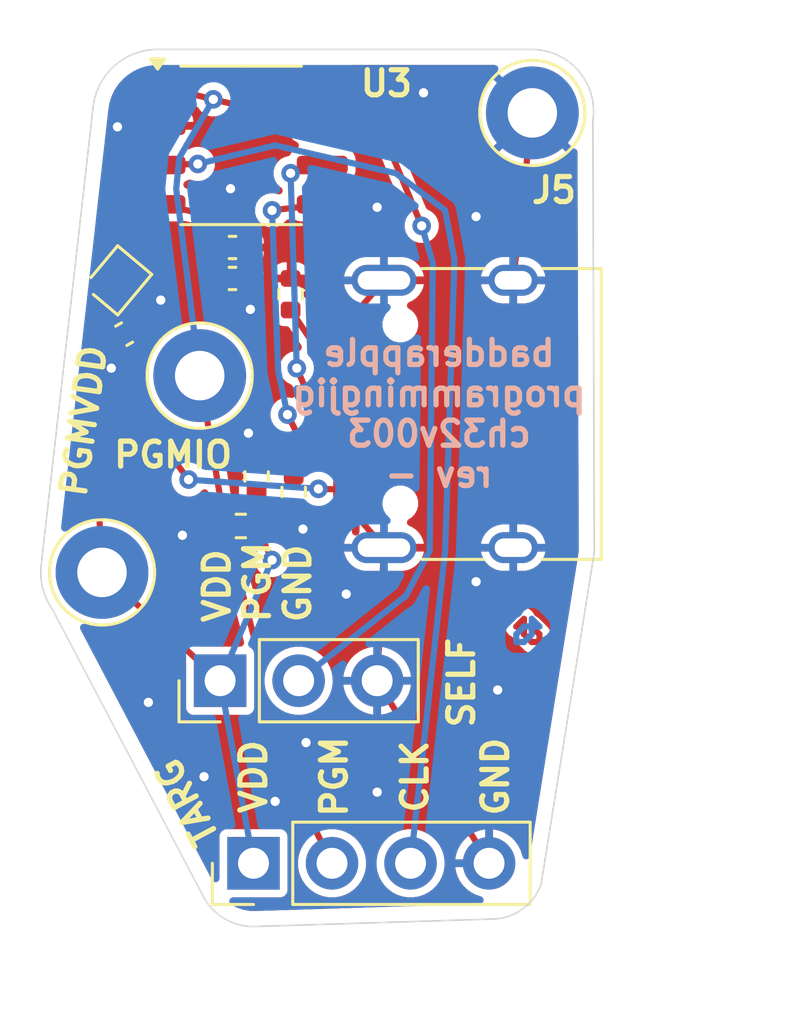
<source format=kicad_pcb>
(kicad_pcb (version 20241229) (generator "pcbnew") (generator_version "9.0")
  (layers (0 "F.Cu" signal) (2 "B.Cu" signal) (13 "F.Paste" user) (15 "B.Paste" user) (5 "F.SilkS" user "F.Silkscreen") (7 "B.SilkS" user "B.Silkscreen") (1 "F.Mask" user) (3 "B.Mask" user) (25 "Edge.Cuts" user))
  (net 0 "")
  (net 1 "VDD")
  (net 2 "GND")
  (net 3 "VBUS")
  (net 4 "Net-(J2-CC2)")
  (net 5 "D-")
  (net 8 "D+")
  (net 9 "Net-(J2-CC1)")
  (net 10 "PGMSWIO")
  (net 11 "SLPGM")
  (net 12 "EPA2")
  (footprint "Capacitor_SMD:C_0402_1005Metric" (layer "F.Cu") (at 157.815692 84.3 -150)
    (property "Reference" "C6" (hide yes))
    (property "Value" "4.7u10v" (hide yes))
    (fp_line (start -0.107837 0.360001) (end 0.107836 0.36) (stroke (width 0.1)) (layer "F.SilkS"))
    (fp_line (start -0.107836 -0.36) (end 0.107837 -0.360001) (stroke (width 0.1)) (layer "F.SilkS"))
    (pad "1" smd roundrect (at -0.48 0 210) (size 0.56 0.62) (layers "F.Cu" "F.Mask" "F.Paste") (net 3 "VBUS"))
    (pad "2" smd roundrect (at 0.48 0 210) (size 0.56 0.62) (layers "F.Cu" "F.Mask" "F.Paste") (net 2 "GND"))
  )
  (footprint "Resistor_SMD:R_0402_1005Metric" (layer "F.Cu") (at 162.1 88.9 90)
    (property "Reference" "R4" (hide yes))
    (property "Value" "1.5k" (hide yes))
    (fp_line (start -0.153641 -0.38) (end 0.153641 -0.38) (stroke (width 0.1)) (layer "F.SilkS"))
    (fp_line (start -0.153641 0.38) (end 0.153641 0.38) (stroke (width 0.1)) (layer "F.SilkS"))
    (pad "1" smd roundrect (at -0.51 0 90) (size 0.54 0.64) (layers "F.Cu" "F.Mask" "F.Paste") (net 1 "VDD"))
    (pad "2" smd roundrect (at 0.51 0 90) (size 0.54 0.64) (layers "F.Cu" "F.Mask" "F.Paste") (net 5 "D-"))
  )
  (footprint "Connector_PinHeader_2.54mm:PinHeader_1x04_P2.54mm_Vertical" (layer "F.Cu") (at 162 101.4 90)
    (property "Reference" "J4" (hide yes))
    (property "Value" "PGMO" (hide yes))
    (fp_line (start -1.33 -1.33) (end 0 -1.33) (stroke (width 0.1)) (layer "F.SilkS"))
    (fp_line (start -1.33 0) (end -1.33 -1.33) (stroke (width 0.1)) (layer "F.SilkS"))
    (fp_line (start 1.33 1.27) (end 1.33 8.95) (stroke (width 0.1)) (layer "F.SilkS"))
    (fp_line (start -1.33 1.27) (end 1.33 1.27) (stroke (width 0.1)) (layer "F.SilkS"))
    (fp_line (start -1.33 1.27) (end -1.33 8.95) (stroke (width 0.1)) (layer "F.SilkS"))
    (fp_line (start -1.33 8.95) (end 1.33 8.95) (stroke (width 0.1)) (layer "F.SilkS"))
    (pad "1" thru_hole rect (at 0 0 90) (size 1.7 1.7) (drill 1) (layers "*.Cu" "*.Mask") (net 1 "VDD"))
    (pad "2" thru_hole oval (at 0 2.54 90) (size 1.7 1.7) (drill 1) (layers "*.Cu" "*.Mask") (net 11 "SLPGM"))
    (pad "3" thru_hole oval (at 0 5.08 90) (size 1.7 1.7) (drill 1) (layers "*.Cu" "*.Mask") (net 12 "EPA2"))
    (pad "4" thru_hole oval (at 0 7.62 90) (size 1.7 1.7) (drill 1) (layers "*.Cu" "*.Mask") (net 2 "GND"))
  )
  (footprint "Resistor_SMD:R_0402_1005Metric" (layer "F.Cu") (at 161.59 90.5)
    (property "Reference" "R1" (hide yes))
    (property "Value" "5.1k" (hide yes))
    (fp_line (start -0.153641 -0.38) (end 0.153641 -0.38) (stroke (width 0.1)) (layer "F.SilkS"))
    (fp_line (start -0.153641 0.38) (end 0.153641 0.38) (stroke (width 0.1)) (layer "F.SilkS"))
    (pad "1" smd roundrect (at -0.51 0) (size 0.54 0.64) (layers "F.Cu" "F.Mask" "F.Paste") (net 11 "SLPGM"))
    (pad "2" smd roundrect (at 0.51 0) (size 0.54 0.64) (layers "F.Cu" "F.Mask" "F.Paste") (net 1 "VDD"))
  )
  (footprint "Package_SO:SOP-8_3.9x4.9mm_P1.27mm" (layer "F.Cu") (at 161.6 78.2)
    (property "Reference" "U3" (at 4.7 -2 0) (layer "F.SilkS") (effects (font (size 0.81 0.81) (thickness 0.17))))
    (property "Value" "CH32V003JxMx")
    (fp_line (start 0 -2.56) (end -1.95 -2.56) (stroke (width 0.1)) (layer "F.SilkS"))
    (fp_line (start 0 -2.56) (end 1.95 -2.56) (stroke (width 0.1)) (layer "F.SilkS"))
    (fp_line (start 0 2.56) (end -1.95 2.56) (stroke (width 0.1)) (layer "F.SilkS"))
    (fp_line (start 0 2.56) (end 1.95 2.56) (stroke (width 0.1)) (layer "F.SilkS"))
    (fp_poly (pts (xy -2.7 -2.465) (xy -2.94 -2.795) (xy -2.46 -2.795) (xy -2.7 -2.465)) (stroke (width 0.1)) (fill yes) (layer "F.SilkS"))
    (pad "1" smd roundrect (at -2.625 -1.905) (size 1.65 0.6) (layers "F.Cu" "F.Mask" "F.Paste") (net 11 "SLPGM"))
    (pad "2" smd roundrect (at -2.625 -0.635) (size 1.65 0.6) (layers "F.Cu" "F.Mask" "F.Paste") (net 2 "GND"))
    (pad "3" smd roundrect (at -2.625 0.635) (size 1.65 0.6) (layers "F.Cu" "F.Mask" "F.Paste") (net 12 "EPA2"))
    (pad "4" smd roundrect (at -2.625 1.905) (size 1.65 0.6) (layers "F.Cu" "F.Mask" "F.Paste") (net 1 "VDD"))
    (pad "5" smd roundrect (at 2.625 1.905) (size 1.65 0.6) (layers "F.Cu" "F.Mask" "F.Paste") (net 5 "D-"))
    (pad "6" smd roundrect (at 2.625 0.635) (size 1.65 0.6) (layers "F.Cu" "F.Mask" "F.Paste") (net 8 "D+"))
    (pad "7" smd roundrect (at 2.625 -0.635) (size 1.65 0.6) (layers "F.Cu" "F.Mask" "F.Paste") (net 11 "SLPGM"))
    (pad "8" smd roundrect (at 2.625 -1.905) (size 1.65 0.6) (layers "F.Cu" "F.Mask" "F.Paste") (net 10 "PGMSWIO"))
  )
  (footprint "TestPoint:TestPoint_Loop_D2.60mm_Drill1.6mm_Beaded" (layer "F.Cu") (at 160.26 85.64)
    (property "Reference" "J11" (hide yes))
    (property "Value" "PGMIO" (at -0.86 2.56 0) (layer "F.SilkS") (effects (font (size 0.81 0.81) (thickness 0.17))))
    (fp_circle (center 0 0) (end 1.7 0) (stroke (width 0.1)) (fill no) (layer "F.SilkS"))
    (pad "1" thru_hole circle (at 0 0) (size 3 3) (drill 1.6) (layers "*.Cu" "*.Mask") (net 11 "SLPGM"))
  )
  (footprint "Connector_PinHeader_2.54mm:PinHeader_1x03_P2.54mm_Vertical" (layer "F.Cu") (at 160.92 95.5 90)
    (property "Reference" "J1" (hide yes))
    (property "Value" "SPGM" (hide yes))
    (fp_line (start -1.33 -1.33) (end 0 -1.33) (stroke (width 0.1)) (layer "F.SilkS"))
    (fp_line (start -1.33 0) (end -1.33 -1.33) (stroke (width 0.1)) (layer "F.SilkS"))
    (fp_line (start 1.33 1.27) (end 1.33 6.41) (stroke (width 0.1)) (layer "F.SilkS"))
    (fp_line (start -1.33 1.27) (end 1.33 1.27) (stroke (width 0.1)) (layer "F.SilkS"))
    (fp_line (start -1.33 1.27) (end -1.33 6.41) (stroke (width 0.1)) (layer "F.SilkS"))
    (fp_line (start -1.33 6.41) (end 1.33 6.41) (stroke (width 0.1)) (layer "F.SilkS"))
    (pad "1" thru_hole rect (at 0 0 90) (size 1.7 1.7) (drill 1) (layers "*.Cu" "*.Mask") (net 1 "VDD"))
    (pad "2" thru_hole oval (at 0 2.54 90) (size 1.7 1.7) (drill 1) (layers "*.Cu" "*.Mask") (net 10 "PGMSWIO"))
    (pad "3" thru_hole oval (at 0 5.08 90) (size 1.7 1.7) (drill 1) (layers "*.Cu" "*.Mask") (net 2 "GND"))
  )
  (footprint "TestPoint:TestPoint_Loop_D2.60mm_Drill1.6mm_Beaded" (layer "F.Cu") (at 171.02 77.15)
    (property "Reference" "J5" (at 0.7 2.5 0) (layer "F.SilkS") (effects (font (size 0.81 0.81) (thickness 0.17))))
    (property "Value" "PGMVDD-POGO-5.5mm")
    (fp_circle (center 0 0) (end 1.7 0) (stroke (width 0.1)) (fill no) (layer "F.SilkS"))
    (pad "1" thru_hole circle (at 0 0) (size 3 3) (drill 1.6) (layers "*.Cu" "*.Mask") (net 2 "GND"))
  )
  (footprint "Resistor_SMD:R_0402_1005Metric" (layer "F.Cu") (at 163.2 83.01 90)
    (property "Reference" "R3" (hide yes))
    (property "Value" "5.1k" (hide yes))
    (fp_line (start -0.153641 -0.38) (end 0.153641 -0.38) (stroke (width 0.1)) (layer "F.SilkS"))
    (fp_line (start -0.153641 0.38) (end 0.153641 0.38) (stroke (width 0.1)) (layer "F.SilkS"))
    (pad "1" smd roundrect (at -0.51 0 90) (size 0.54 0.64) (layers "F.Cu" "F.Mask" "F.Paste") (net 4 "Net-(J2-CC2)"))
    (pad "2" smd roundrect (at 0.51 0 90) (size 0.54 0.64) (layers "F.Cu" "F.Mask" "F.Paste") (net 2 "GND"))
  )
  (footprint "TestPoint:TestPoint_Loop_D2.60mm_Drill1.6mm_Beaded" (layer "F.Cu") (at 157.1 92)
    (property "Reference" "J3" (hide yes))
    (property "Value" "PGMVDD" (at -0.6 -4.9 82) (layer "F.SilkS") (effects (font (size 0.81 0.81) (thickness 0.17))))
    (fp_circle (center 0 0) (end 1.7 0) (stroke (width 0.1)) (fill no) (layer "F.SilkS"))
    (pad "1" thru_hole circle (at 0 0) (size 3 3) (drill 1.6) (layers "*.Cu" "*.Mask") (net 1 "VDD"))
  )
  (footprint "Capacitor_SMD:C_0402_1005Metric" (layer "F.Cu") (at 161.32 82.5)
    (property "Reference" "C2" (hide yes))
    (property "Value" "4.7u10v" (hide yes))
    (fp_line (start -0.107836 -0.36) (end 0.107836 -0.36) (stroke (width 0.1)) (layer "F.SilkS"))
    (fp_line (start -0.107836 0.36) (end 0.107836 0.36) (stroke (width 0.1)) (layer "F.SilkS"))
    (pad "1" smd roundrect (at -0.48 0) (size 0.56 0.62) (layers "F.Cu" "F.Mask" "F.Paste") (net 1 "VDD"))
    (pad "2" smd roundrect (at 0.48 0) (size 0.56 0.62) (layers "F.Cu" "F.Mask" "F.Paste") (net 2 "GND"))
  )
  (footprint "Capacitor_SMD:C_0402_1005Metric" (layer "F.Cu") (at 161.32 81.5)
    (property "Reference" "C1" (hide yes))
    (property "Value" "1u25v" (hide yes))
    (fp_line (start -0.107836 -0.36) (end 0.107836 -0.36) (stroke (width 0.1)) (layer "F.SilkS"))
    (fp_line (start -0.107836 0.36) (end 0.107836 0.36) (stroke (width 0.1)) (layer "F.SilkS"))
    (pad "1" smd roundrect (at -0.48 0) (size 0.56 0.62) (layers "F.Cu" "F.Mask" "F.Paste") (net 1 "VDD"))
    (pad "2" smd roundrect (at 0.48 0) (size 0.56 0.62) (layers "F.Cu" "F.Mask" "F.Paste") (net 2 "GND"))
  )
  (footprint "Connector_USB:USB_C_Receptacle_HRO_TYPE-C-31-M-12" (layer "F.Cu") (at 169.35 86.88 90)
    (property "Reference" "J2" (hide yes))
    (property "Value" "USB_C_Receptacle_USB2.0")
    (fp_line (start 4.7 -1.9) (end 4.7 0.1) (stroke (width 0.1)) (layer "F.SilkS"))
    (fp_line (start -4.7 -1.9) (end -4.7 0.1) (stroke (width 0.1)) (layer "F.SilkS"))
    (fp_line (start 4.7 2) (end 4.7 3.9) (stroke (width 0.1)) (layer "F.SilkS"))
    (fp_line (start -4.7 2) (end -4.7 3.9) (stroke (width 0.1)) (layer "F.SilkS"))
    (fp_line (start -4.7 3.9) (end 4.7 3.9) (stroke (width 0.1)) (layer "F.SilkS"))
    (pad "" np_thru_hole circle (at -2.89 -2.6 90) (size 0.65 0.65) (drill 0.65) (layers "*.Cu" "*.Mask"))
    (pad "" np_thru_hole circle (at 2.89 -2.6 90) (size 0.65 0.65) (drill 0.65) (layers "*.Cu" "*.Mask"))
    (pad "A1" smd rect (at -3.25 -4.045 90) (size 0.6 1.45) (layers "F.Cu" "F.Mask" "F.Paste") (net 2 "GND"))
    (pad "A4" smd rect (at -2.45 -4.045 90) (size 0.6 1.45) (layers "F.Cu" "F.Mask" "F.Paste") (net 3 "VBUS"))
    (pad "A5" smd rect (at -1.25 -4.045 90) (size 0.3 1.45) (layers "F.Cu" "F.Mask" "F.Paste") (net 9 "Net-(J2-CC1)"))
    (pad "A6" smd rect (at -0.25 -4.045 90) (size 0.3 1.45) (layers "F.Cu" "F.Mask" "F.Paste") (net 8 "D+"))
    (pad "A7" smd rect (at 0.25 -4.045 90) (size 0.3 1.45) (layers "F.Cu" "F.Mask" "F.Paste") (net 5 "D-"))
    (pad "A8" smd rect (at 1.25 -4.045 90) (size 0.3 1.45) (layers "F.Cu" "F.Mask" "F.Paste"))
    (pad "A9" smd rect (at 2.45 -4.045 90) (size 0.6 1.45) (layers "F.Cu" "F.Mask" "F.Paste") (net 3 "VBUS"))
    (pad "A12" smd rect (at 3.25 -4.045 90) (size 0.6 1.45) (layers "F.Cu" "F.Mask" "F.Paste") (net 2 "GND"))
    (pad "B1" smd rect (at 3.25 -4.045 90) (size 0.6 1.45) (layers "F.Cu" "F.Mask" "F.Paste") (net 2 "GND"))
    (pad "B4" smd rect (at 2.45 -4.045 90) (size 0.6 1.45) (layers "F.Cu" "F.Mask" "F.Paste") (net 3 "VBUS"))
    (pad "B5" smd rect (at 1.75 -4.045 90) (size 0.3 1.45) (layers "F.Cu" "F.Mask" "F.Paste") (net 4 "Net-(J2-CC2)"))
    (pad "B6" smd rect (at 0.75 -4.045 90) (size 0.3 1.45) (layers "F.Cu" "F.Mask" "F.Paste") (net 8 "D+"))
    (pad "B7" smd rect (at -0.75 -4.045 90) (size 0.3 1.45) (layers "F.Cu" "F.Mask" "F.Paste") (net 5 "D-"))
    (pad "B8" smd rect (at -1.75 -4.045 90) (size 0.3 1.45) (layers "F.Cu" "F.Mask" "F.Paste"))
    (pad "B9" smd rect (at -2.45 -4.045 90) (size 0.6 1.45) (layers "F.Cu" "F.Mask" "F.Paste") (net 3 "VBUS"))
    (pad "B12" smd rect (at -3.25 -4.045 90) (size 0.6 1.45) (layers "F.Cu" "F.Mask" "F.Paste") (net 2 "GND"))
    (pad "S1" thru_hole oval (at -4.32 -3.13 90) (size 1 2.1) (drill oval 0.6 1.7) (layers "*.Cu" "*.Mask") (net 2 "GND"))
    (pad "S1" thru_hole oval (at -4.32 1.05 90) (size 1 1.6) (drill oval 0.6 1.2) (layers "*.Cu" "*.Mask") (net 2 "GND"))
    (pad "S1" thru_hole oval (at 4.32 -3.13 90) (size 1 2.1) (drill oval 0.6 1.7) (layers "*.Cu" "*.Mask") (net 2 "GND"))
    (pad "S1" thru_hole oval (at 4.32 1.05 90) (size 1 1.6) (drill oval 0.6 1.2) (layers "*.Cu" "*.Mask") (net 2 "GND"))
  )
  (footprint "Resistor_SMD:R_0402_1005Metric" (layer "F.Cu") (at 163.3 89.4 -90)
    (property "Reference" "R2" (hide yes))
    (property "Value" "5.1k" (hide yes))
    (fp_line (start -0.153641 0.38) (end 0.153641 0.38) (stroke (width 0.1)) (layer "F.SilkS"))
    (fp_line (start -0.153641 -0.38) (end 0.153641 -0.38) (stroke (width 0.1)) (layer "F.SilkS"))
    (pad "1" smd roundrect (at -0.51 0 270) (size 0.54 0.64) (layers "F.Cu" "F.Mask" "F.Paste") (net 9 "Net-(J2-CC1)"))
    (pad "2" smd roundrect (at 0.51 0 270) (size 0.54 0.64) (layers "F.Cu" "F.Mask" "F.Paste") (net 2 "GND"))
  )
  (footprint "cnhardware:xdfn-reg" (layer "F.Cu") (at 157.604063 82.565707 -40)
    (property "Reference" "U2" (hide yes))
    (property "Value" "RS3236-3.3YUTDN4" (hide yes))
    (fp_line (start -0.72 -0.86) (end -0.72 0.48) (stroke (width 0.1)) (layer "F.SilkS"))
    (fp_line (start 0.719999 0.85) (end -0.31 0.85) (stroke (width 0.1)) (layer "F.SilkS"))
    (fp_line (start 0.719999 0.85) (end 0.72 -0.86) (stroke (width 0.1)) (layer "F.SilkS"))
    (fp_line (start 0.72 -0.86) (end -0.72 -0.86) (stroke (width 0.1)) (layer "F.SilkS"))
    (pad "1" smd custom (at -0.35 0.51 320) (size 0.26 0.23) (layers "F.Cu" "F.Mask" "F.Paste") (net 1 "VDD") (options (clearance outline) (anchor rect)) (primitives (gr_poly (pts (xy 0.13 -0.115) (xy -0.13 -0.115) (xy -0.13 -0.275) (xy -0.03 -0.275)) (width 0) (fill yes))))
    (pad "2" smd custom (at 0.35 0.51 320) (size 0.26 0.23) (layers "F.Cu" "F.Mask" "F.Paste") (net 2 "GND") (options (clearance outline) (anchor rect)) (primitives (gr_poly (pts (xy 0.13 -0.115) (xy -0.13 -0.115) (xy 0.03 -0.275) (xy 0.13 -0.275)) (width 0) (fill yes))))
    (pad "3" smd custom (at 0.35 -0.51 140) (size 0.26 0.23) (layers "F.Cu" "F.Mask" "F.Paste") (net 3 "VBUS") (options (clearance outline) (anchor rect)) (primitives (gr_poly (pts (xy 0.13 -0.115) (xy -0.13 -0.115) (xy -0.13 -0.275) (xy -0.03 -0.275)) (width 0) (fill yes))))
    (pad "4" smd custom (at -0.35 -0.51 140) (size 0.26 0.23) (layers "F.Cu" "F.Mask" "F.Paste") (net 3 "VBUS") (options (clearance outline) (anchor rect)) (primitives (gr_poly (pts (xy 0.13 -0.115) (xy -0.13 -0.115) (xy 0.03 -0.275) (xy 0.13 -0.275)) (width 0) (fill yes))))
    (pad "5" smd rect (at 0 0 185) (size 0.48 0.48) (layers "F.Cu" "F.Mask" "F.Paste") (net 2 "GND"))
  )
  (gr_arc (start 171.303729 102.072761) (mid 170.72144 102.862594) (end 169.8 103.2) (stroke (width 0.05)) (layer "Edge.Cuts"))
  (gr_line (start 160.4 102.518145) (end 155.5 93.2) (stroke (width 0.05)) (layer "Edge.Cuts"))
  (gr_line (start 172.999999 91.5) (end 171.303729 102.07276) (stroke (width 0.05)) (layer "Edge.Cuts"))
  (gr_arc (start 171 75.1) (mid 172.51548 75.794887) (end 172.977873 77.396681) (stroke (width 0.05)) (layer "Edge.Cuts"))
  (gr_arc (start 155.5 93.2) (mid 155.188996 92.53466) (end 155.128508 91.802716) (stroke (width 0.05)) (layer "Edge.Cuts"))
  (gr_arc (start 156.80709 77.000675) (mid 157.523023 75.611309) (end 159 75.1) (stroke (width 0.05)) (layer "Edge.Cuts"))
  (gr_line (start 172.977873 77.396681) (end 173.020878 91.09889) (stroke (width 0.05)) (layer "Edge.Cuts"))
  (gr_arc (start 162.123809 103.440561) (mid 161.129656 103.226498) (end 160.4 102.518145) (stroke (width 0.05)) (layer "Edge.Cuts"))
  (gr_line (start 159.000008 75.1) (end 171 75.1) (stroke (width 0.05)) (layer "Edge.Cuts"))
  (gr_line (start 169.8 103.2) (end 162.123809 103.44056) (stroke (width 0.05)) (layer "Edge.Cuts"))
  (gr_arc (start 173.020879 91.09889) (mid 173.020938 91.299991) (end 173 91.5) (stroke (width 0.05)) (layer "Edge.Cuts"))
  (gr_line (start 155.128509 91.802716) (end 156.807091 77.000675) (stroke (width 0.05)) (layer "Edge.Cuts"))
  (gr_text "VDD\n\nPGM\n\nCLK\n\nGND" (at 170.3 98.6 90) (layer "F.SilkS") (effects (font (size 0.81 0.81) (thickness 0.17)) (justify bottom)))
  (gr_text "TARG" (at 161 100.6 118) (layer "F.SilkS") (effects (font (size 0.81 0.81) (thickness 0.17)) (justify left bottom)))
  (gr_text "SELF" (at 169.2 97.1 90) (layer "F.SilkS") (effects (font (size 0.81 0.81) (thickness 0.17)) (justify left bottom)))
  (gr_text "VDD\nPGM\nGND" (at 163.9 93.7 90) (layer "F.SilkS") (effects (font (size 0.81 0.81) (thickness 0.17)) (justify left bottom)))
  (gr_text "badderapple\nprogrammingjig\nch32v003\nrev -" (at 168 89.3 -0) (layer "B.SilkS") (effects (font (size 0.81 0.81) (thickness 0.17)) (justify bottom mirror)))
  (segment (start 171 93.75) (end 170.5 93.75) (width 0.2) (layer "F.Cu") (net 0))
  (segment (start 170.5 93.75) (end 170.75 93.5) (width 0.2) (layer "F.Cu") (net 0))
  (segment (start 170.75 93.5) (end 170.75 94) (width 0.2) (layer "F.Cu") (net 0))
  (segment (start 171.25 94.25) (end 171.25 94) (width 0.2) (layer "F.Cu") (net 0))
  (segment (start 171.25 94) (end 171 93.75) (width 0.2) (layer "F.Cu") (net 0))
  (segment (start 170.75 94) (end 171 94.25) (width 0.2) (layer "F.Cu") (net 0))
  (segment (start 171 94.25) (end 171.25 94.25) (width 0.2) (layer "F.Cu") (net 0))
  (segment (start 170.5 94.25) (end 170.5 94) (width 0.2) (layer "B.Cu") (net 0))
  (segment (start 170.75 94.25) (end 170.5 94.25) (width 0.2) (layer "B.Cu") (net 0))
  (segment (start 171.25 93.75) (end 171 93.5) (width 0.2) (layer "B.Cu") (net 0))
  (segment (start 171 94) (end 170.75 94.25) (width 0.2) (layer "B.Cu") (net 0))
  (segment (start 171 93.5) (end 171 94) (width 0.2) (layer "B.Cu") (net 0))
  (segment (start 170.75 93.75) (end 171.25 93.75) (width 0.2) (layer "B.Cu") (net 0))
  (segment (start 170.5 94) (end 170.75 93.75) (width 0.2) (layer "B.Cu") (net 0))
  (segment (start 158 80.2) (end 158.975 80.105) (width 0.2) (layer "F.Cu") (net 1))
  (segment (start 160.92 95.5) (end 157.1 92) (width 0.2) (layer "F.Cu") (net 1))
  (segment (start 160.84 82.5) (end 160.84 81.5) (width 0.2) (layer "F.Cu") (net 1))
  (segment (start 157.7 80.3) (end 158 80.2) (width 0.2) (layer "F.Cu") (net 1))
  (segment (start 160.3 80.4) (end 160.84 81.5) (width 0.2) (layer "F.Cu") (net 1))
  (segment (start 157 81.8) (end 157.7 80.3) (width 0.2) (layer "F.Cu") (net 1))
  (segment (start 162.1 89.41) (end 162.1 90.5) (width 0.2) (layer "F.Cu") (net 1))
  (segment (start 162.6 91.6) (end 162.1 90.5) (width 0.2) (layer "F.Cu") (net 1))
  (segment (start 158.975 80.105) (end 160.3 80.4) (width 0.2) (layer "F.Cu") (net 1))
  (segment (start 157.008126 82.731414) (end 156.7 83.6) (width 0.2) (layer "F.Cu") (net 1))
  (segment (start 157.008126 82.731414) (end 157 81.8) (width 0.2) (layer "F.Cu") (net 1))
  (segment (start 156.7 83.6) (end 157.1 92) (width 0.2) (layer "F.Cu") (net 1))
  (via (at 162.6 91.6) (size 0.6) (drill 0.3) (layers "F.Cu" "B.Cu") (net 1))
  (segment (start 162 101.4) (end 160.92 95.5) (width 0.2) (layer "B.Cu") (net 1))
  (segment (start 160.92 95.5) (end 162.6 91.6) (width 0.2) (layer "B.Cu") (net 1))
  (segment (start 157.544357 83.181365) (end 157.578543 83.5) (width 0.2) (layer "F.Cu") (net 2))
  (segment (start 166.22 91.2) (end 170.4 91.2) (width 0.2) (layer "F.Cu") (net 2))
  (segment (start 166 95.5) (end 166.22 91.2) (width 0.2) (layer "F.Cu") (net 2))
  (segment (start 161.8 81.5) (end 161.8 82.5) (width 0.2) (layer "F.Cu") (net 2))
  (segment (start 163.2 82.5) (end 161.8 82.5) (width 0.2) (layer "F.Cu") (net 2))
  (segment (start 158.975 77.565) (end 160.1 77.6) (width 0.2) (layer "F.Cu") (net 2))
  (segment (start 157.544357 83.181365) (end 157.604063 82.565707) (width 0.2) (layer "F.Cu") (net 2))
  (segment (start 157.4 84.4) (end 157.578543 83.5) (width 0.2) (layer "F.Cu") (net 2))
  (segment (start 171.02 77.15) (end 170.4 82.56) (width 0.2) (layer "F.Cu") (net 2))
  (segment (start 161.257143 79.6) (end 161.8 81.5) (width 0.2) (layer "F.Cu") (net 2))
  (segment (start 163.3 89.91) (end 163.6 90.6) (width 0.2) (layer "F.Cu") (net 2))
  (segment (start 164.3 90.1) (end 165.305 90.13) (width 0.2) (layer "F.Cu") (net 2))
  (segment (start 163.3 89.91) (end 164.3 90.1) (width 0.2) (layer "F.Cu") (net 2))
  (segment (start 166 95.5) (end 169.62 101.4) (width 0.2) (layer "F.Cu") (net 2))
  (segment (start 165.305 83.63) (end 166.22 82.56) (width 0.2) (layer "F.Cu") (net 2))
  (segment (start 160.8 78) (end 161.257143 79.6) (width 0.2) (layer "F.Cu") (net 2))
  (segment (start 170.4 82.56) (end 166.22 82.56) (width 0.2) (layer "F.Cu") (net 2))
  (segment (start 165.305 83.63) (end 163.2 82.5) (width 0.2) (layer "F.Cu") (net 2))
  (segment (start 166.22 91.2) (end 165.305 90.13) (width 0.2) (layer "F.Cu") (net 2))
  (segment (start 161.9 83.5) (end 161.8 82.5) (width 0.2) (layer "F.Cu") (net 2))
  (segment (start 157.4 84.4) (end 157.4 85.4) (width 0.2) (layer "F.Cu") (net 2))
  (segment (start 160.1 77.6) (end 160.8 78) (width 0.2) (layer "F.Cu") (net 2))
  (via (at 162.7 99.4) (size 0.6) (drill 0.3) (layers "F.Cu" "B.Cu") (net 2))
  (via (at 169.2 92.3) (size 0.6) (drill 0.3) (layers "F.Cu" "B.Cu") (net 2))
  (via (at 159.7 90.8) (size 0.6) (drill 0.3) (layers "F.Cu" "B.Cu") (net 2))
  (via (at 167.5 76.5) (size 0.6) (drill 0.3) (layers "F.Cu" "B.Cu") (net 2))
  (via (at 166 99.1) (size 0.6) (drill 0.3) (layers "F.Cu" "B.Cu") (net 2))
  (via (at 163.6 90.6) (size 0.6) (drill 0.3) (layers "F.Cu" "B.Cu") (net 2))
  (via (at 161.257143 79.6) (size 0.6) (drill 0.3) (layers "F.Cu" "B.Cu") (net 2))
  (via (at 169.2 80.5) (size 0.6) (drill 0.3) (layers "F.Cu" "B.Cu") (net 2))
  (via (at 166 80.2) (size 0.6) (drill 0.3) (layers "F.Cu" "B.Cu") (net 2))
  (via (at 163.7 97.5) (size 0.6) (drill 0.3) (layers "F.Cu" "B.Cu") (net 2))
  (via (at 161.836364 87.5) (size 0.6) (drill 0.3) (layers "F.Cu" "B.Cu") (net 2))
  (via (at 165 92.7) (size 0.6) (drill 0.3) (layers "F.Cu" "B.Cu") (net 2))
  (via (at 161.9 83.5) (size 0.6) (drill 0.3) (layers "F.Cu" "B.Cu") (net 2))
  (via (at 157.4 85.4) (size 0.6) (drill 0.3) (layers "F.Cu" "B.Cu") (net 2))
  (via (at 169.9 95.8) (size 0.6) (drill 0.3) (layers "F.Cu" "B.Cu") (net 2))
  (via (at 158.6 96.2) (size 0.6) (drill 0.3) (layers "F.Cu" "B.Cu") (net 2))
  (via (at 157.6 77.6) (size 0.6) (drill 0.3) (layers "F.Cu" "B.Cu") (net 2))
  (via (at 160.4 98.6) (size 0.6) (drill 0.3) (layers "F.Cu" "B.Cu") (net 2))
  (via (at 159 83.2) (size 0.6) (drill 0.3) (layers "F.Cu" "B.Cu") (net 2))
  (segment (start 162.3 84.5) (end 161.9 83.5) (width 0.2) (layer "B.Cu") (net 2))
  (segment (start 159.4 89.7) (end 158.7 88.5) (width 0.2) (layer "B.Cu") (net 2))
  (segment (start 162.2 86.5) (end 162.3 84.5) (width 0.2) (layer "B.Cu") (net 2))
  (segment (start 158.7 88.5) (end 158.9 87.4) (width 0.2) (layer "B.Cu") (net 2))
  (segment (start 160.7 88) (end 158.9 87.4) (width 0.2) (layer "B.Cu") (net 2))
  (segment (start 161.8 87.6) (end 161.836364 87.5) (width 0.2) (layer "B.Cu") (net 2))
  (segment (start 163.6 90.6) (end 159.4 89.7) (width 0.2) (layer "B.Cu") (net 2))
  (segment (start 158.9 87.4) (end 157.4 85.4) (width 0.2) (layer "B.Cu") (net 2))
  (segment (start 161.836364 87.5) (end 162.2 86.5) (width 0.2) (layer "B.Cu") (net 2))
  (segment (start 160.7 88) (end 161.8 87.6) (width 0.2) (layer "B.Cu") (net 2))
  (segment (start 166.5 89) (end 166.9 88.5) (width 0.2) (layer "F.Cu") (net 3))
  (segment (start 158.231384 83.92) (end 158.2 85.5) (width 0.2) (layer "F.Cu") (net 3))
  (segment (start 158.231384 83.92) (end 158.2 82.4) (width 0.2) (layer "F.Cu") (net 3))
  (segment (start 166.9 88.5) (end 167 86.2) (width 0.2) (layer "F.Cu") (net 3))
  (segment (start 158.7 87.4) (end 159.9 89) (width 0.2) (layer "F.Cu") (net 3))
  (segment (start 158.2 85.5) (end 158.7 87.4) (width 0.2) (layer "F.Cu") (net 3))
  (segment (start 164.1 89.3) (end 165.305 89.33) (width 0.2) (layer "F.Cu") (net 3))
  (segment (start 165.305 89.33) (end 166.5 89) (width 0.2) (layer "F.Cu") (net 3))
  (segment (start 166.7 85.2) (end 166.4 84.7) (width 0.2) (layer "F.Cu") (net 3))
  (segment (start 158 81.9) (end 158.2 82.1) (width 0.2) (layer "F.Cu") (net 3))
  (segment (start 158.2 82.1) (end 158.2 82.4) (width 0.2) (layer "F.Cu") (net 3))
  (segment (start 166.4 84.7) (end 165.305 84.43) (width 0.2) (layer "F.Cu") (net 3))
  (segment (start 157.663769 81.950049) (end 158 81.9) (width 0.2) (layer "F.Cu") (net 3))
  (segment (start 167 86.2) (end 166.7 85.2) (width 0.2) (layer "F.Cu") (net 3))
  (via (at 164.1 89.3) (size 0.6) (drill 0.3) (layers "F.Cu" "B.Cu") (net 3))
  (via (at 159.9 89) (size 0.6) (drill 0.3) (layers "F.Cu" "B.Cu") (net 3))
  (segment (start 159.9 89) (end 164.1 89.3) (width 0.2) (layer "B.Cu") (net 3))
  (segment (start 164.2 85) (end 164.5 85.1) (width 0.2) (layer "F.Cu") (net 4))
  (segment (start 164.5 85.1) (end 165.305 85.13) (width 0.2) (layer "F.Cu") (net 4))
  (segment (start 163.2 83.52) (end 164.2 85) (width 0.2) (layer "F.Cu") (net 4))
  (segment (start 162.7 87.8) (end 163.5 87.685714) (width 0.2) (layer "F.Cu") (net 5))
  (segment (start 164.1 87.6) (end 165.305 87.63) (width 0.2) (layer "F.Cu") (net 5))
  (segment (start 166.4 86.8) (end 166.4 87.3) (width 0.2) (layer "F.Cu") (net 5))
  (segment (start 163.5 87.685714) (end 164.1 87.6) (width 0.2) (layer "F.Cu") (net 5))
  (segment (start 163.1 86.9) (end 163.5 87.685714) (width 0.2) (layer "F.Cu") (net 5))
  (segment (start 166.1 86.6) (end 166.4 86.8) (width 0.2) (layer "F.Cu") (net 5))
  (segment (start 165.305 86.63) (end 166.1 86.6) (width 0.2) (layer "F.Cu") (net 5))
  (segment (start 162.1 88.39) (end 162.7 87.8) (width 0.2) (layer "F.Cu") (net 5))
  (segment (start 166.2 87.6) (end 165.305 87.63) (width 0.2) (layer "F.Cu") (net 5))
  (segment (start 164.225 80.105) (end 162.6 80.3) (width 0.2) (layer "F.Cu") (net 5))
  (segment (start 166.4 87.3) (end 166.2 87.6) (width 0.2) (layer "F.Cu") (net 5))
  (via (at 162.6 80.3) (size 0.6) (drill 0.3) (layers "F.Cu" "B.Cu") (net 5))
  (via (at 163.1 86.9) (size 0.6) (drill 0.3) (layers "F.Cu" "B.Cu") (net 5))
  (segment (start 162.8 85.5) (end 163.1 86.9) (width 0.2) (layer "B.Cu") (net 5))
  (segment (start 162.6 80.3) (end 162.8 85.5) (width 0.2) (layer "B.Cu") (net 5))
  (segment (start 164 86.8) (end 163.7 86.1) (width 0.2) (layer "F.Cu") (net 8))
  (segment (start 164.3 87.1) (end 164 86.8) (width 0.2) (layer "F.Cu") (net 8))
  (segment (start 163.2 79.1) (end 164.225 78.835) (width 0.2) (layer "F.Cu") (net 8))
  (segment (start 165.305 87.13) (end 164.3 87.1) (width 0.2) (layer "F.Cu") (net 8))
  (segment (start 165.305 86.13) (end 163.7 86.1) (width 0.2) (layer "F.Cu") (net 8))
  (segment (start 163.7 86.1) (end 163.4 85.4) (width 0.2) (layer "F.Cu") (net 8))
  (via (at 163.2 79.1) (size 0.6) (drill 0.3) (layers "F.Cu" "B.Cu") (net 8))
  (via (at 163.4 85.4) (size 0.6) (drill 0.3) (layers "F.Cu" "B.Cu") (net 8))
  (segment (start 163.4 85.4) (end 163.2 79.1) (width 0.2) (layer "B.Cu") (net 8))
  (segment (start 165.305 88.13) (end 164.3 88.18) (width 0.2) (layer "F.Cu") (net 9))
  (segment (start 164.3 88.18) (end 163.3 88.89) (width 0.2) (layer "F.Cu") (net 9))
  (segment (start 167.44 80.8) (end 165.6 76.4) (width 0.2) (layer "F.Cu") (net 10))
  (segment (start 165.6 76.4) (end 164.225 76.295) (width 0.2) (layer "F.Cu") (net 10))
  (via (at 167.44 80.8) (size 0.6) (drill 0.3) (layers "F.Cu" "B.Cu") (net 10))
  (segment (start 167.8 82) (end 167.7 91.3) (width 0.2) (layer "B.Cu") (net 10))
  (segment (start 166.9 92.8) (end 166.940741 92.740741) (width 0.2) (layer "B.Cu") (net 10))
  (segment (start 167.44 80.8) (end 167.8 82) (width 0.2) (layer "B.Cu") (net 10))
  (segment (start 167.7 91.3) (end 166.940741 92.740741) (width 0.2) (layer "B.Cu") (net 10))
  (segment (start 163.46 95.5) (end 166.940741 92.740741) (width 0.2) (layer "B.Cu") (net 10))
  (segment (start 161.08 90.5) (end 160.26 85.64) (width 0.2) (layer "F.Cu") (net 11))
  (segment (start 162.2 96.7) (end 162.2 94.8) (width 0.2) (layer "F.Cu") (net 11))
  (segment (start 162.2 94.8) (end 161.08 90.5) (width 0.2) (layer "F.Cu") (net 11))
  (segment (start 164.54 101.4) (end 162.2 96.7) (width 0.2) (layer "F.Cu") (net 11))
  (segment (start 158.975 76.295) (end 164.225 77.565) (width 0.2) (layer "F.Cu") (net 11))
  (via (at 160.7 76.712286) (size 0.6) (drill 0.3) (layers "F.Cu" "B.Cu") (net 11))
  (segment (start 159.6 78.6) (end 159.5 79.6) (width 0.2) (layer "B.Cu") (net 11))
  (segment (start 159.5 79.6) (end 160.26 85.64) (width 0.2) (layer "B.Cu") (net 11))
  (segment (start 160.7 76.712286) (end 159.6 78.6) (width 0.2) (layer "B.Cu") (net 11))
  (segment (start 160.2 78.8) (end 158.975 78.835) (width 0.2) (layer "F.Cu") (net 12))
  (via (at 160.2 78.8) (size 0.6) (drill 0.3) (layers "F.Cu" "B.Cu") (net 12))
  (segment (start 166.6 79.1) (end 162.7 78.2) (width 0.2) (layer "B.Cu") (net 12))
  (segment (start 167.08 101.4) (end 168.2 91.3) (width 0.2) (layer "B.Cu") (net 12))
  (segment (start 168.2 80.3) (end 166.6 79.1) (width 0.2) (layer "B.Cu") (net 12))
  (segment (start 162.7 78.2) (end 160.2 78.8) (width 0.2) (layer "B.Cu") (net 12))
  (segment (start 168.5 81.9) (end 168.2 80.3) (width 0.2) (layer "B.Cu") (net 12))
  (segment (start 168.2 91.3) (end 168.5 81.9) (width 0.2) (layer "B.Cu") (net 12))
  (zone (net 2) (net_name "GND") (layers "F.Cu" "B.Cu") (connect_pads (clearance 0.25)) (min_thickness 0.25) (fill yes (thermal_gap 0.25) (thermal_bridge_width 0.25))
    (polygon (pts (xy 175 104.7) (xy 174.2 74.6) (xy 154 74.5) (xy 153.8 91.4) (xy 159 106.6)))
  )
)
</source>
